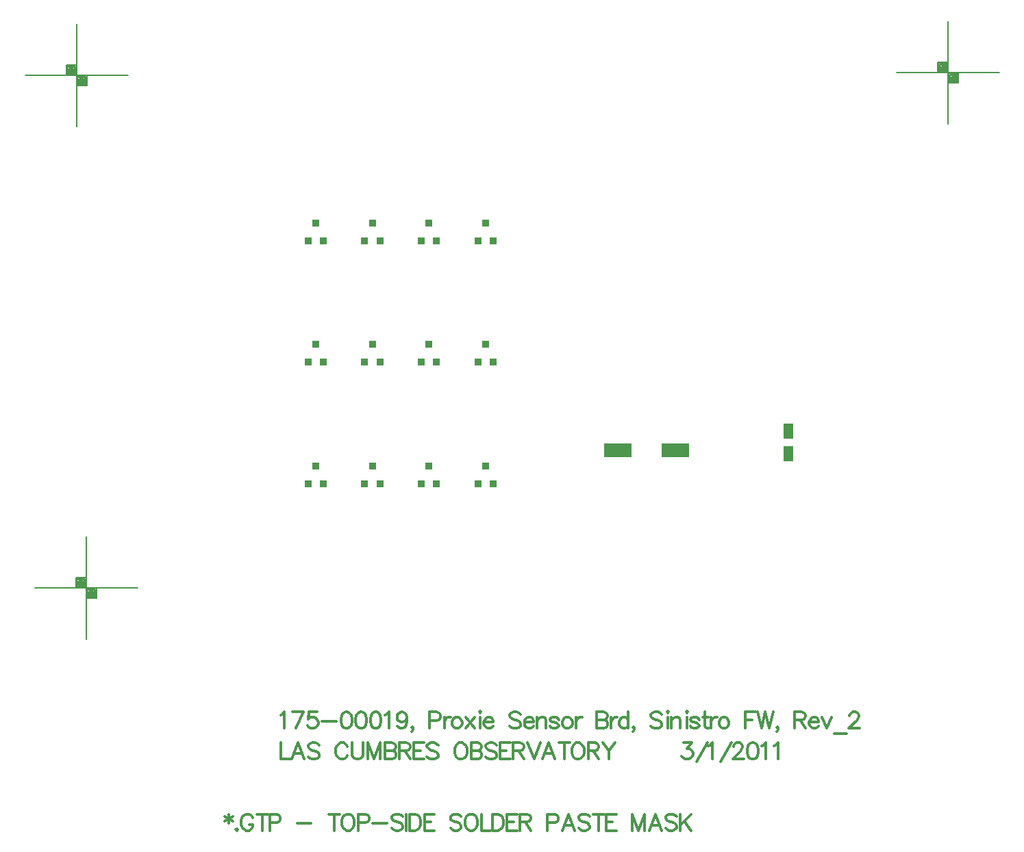
<source format=gtp>
%FSLAX23Y23*%
%MOIN*%
G70*
G01*
G75*
G04 Layer_Color=8421504*
%ADD10R,0.036X0.036*%
%ADD11R,0.048X0.078*%
%ADD12R,0.135X0.070*%
%ADD13C,0.010*%
%ADD14C,0.012*%
%ADD15C,0.008*%
%ADD16C,0.012*%
%ADD17C,0.012*%
%ADD18C,0.134*%
%ADD19C,0.047*%
%ADD20O,0.079X0.039*%
%ADD21O,0.079X0.039*%
%ADD22C,0.024*%
%ADD23C,0.040*%
%ADD24C,0.174*%
%ADD25C,0.087*%
%ADD26C,0.068*%
G04:AMPARAMS|DCode=27|XSize=87.559mil|YSize=87.559mil|CornerRadius=0mil|HoleSize=0mil|Usage=FLASHONLY|Rotation=0.000|XOffset=0mil|YOffset=0mil|HoleType=Round|Shape=Relief|Width=10mil|Gap=10mil|Entries=4|*
%AMTHD27*
7,0,0,0.088,0.068,0.010,45*
%
%ADD27THD27*%
G04:AMPARAMS|DCode=28|XSize=70mil|YSize=70mil|CornerRadius=0mil|HoleSize=0mil|Usage=FLASHONLY|Rotation=0.000|XOffset=0mil|YOffset=0mil|HoleType=Round|Shape=Relief|Width=10mil|Gap=10mil|Entries=4|*
%AMTHD28*
7,0,0,0.070,0.050,0.010,45*
%
%ADD28THD28*%
%ADD29C,0.050*%
%ADD30R,0.050X0.050*%
%ADD31R,0.050X0.050*%
%ADD32R,0.085X0.022*%
%ADD33C,0.025*%
%ADD34C,0.006*%
%ADD35C,0.007*%
%ADD36C,0.005*%
%ADD37R,0.122X0.163*%
D10*
X15921Y12893D02*
D03*
X15958Y12979D02*
D03*
X15995Y12893D02*
D03*
X15645D02*
D03*
X15682Y12979D02*
D03*
X15719Y12893D02*
D03*
X15370D02*
D03*
X15407Y12979D02*
D03*
X15444Y12893D02*
D03*
X15094D02*
D03*
X15131Y12979D02*
D03*
X15168Y12893D02*
D03*
X15921Y12303D02*
D03*
X15958Y12389D02*
D03*
X15995Y12303D02*
D03*
X15645D02*
D03*
X15682Y12389D02*
D03*
X15719Y12303D02*
D03*
X15370D02*
D03*
X15407Y12389D02*
D03*
X15444Y12303D02*
D03*
X15094D02*
D03*
X15131Y12389D02*
D03*
X15168Y12303D02*
D03*
X15921Y11712D02*
D03*
X15958Y11798D02*
D03*
X15995Y11712D02*
D03*
X15645D02*
D03*
X15682Y11798D02*
D03*
X15719Y11712D02*
D03*
X15370D02*
D03*
X15407Y11798D02*
D03*
X15444Y11712D02*
D03*
X15094D02*
D03*
X15131Y11798D02*
D03*
X15168Y11712D02*
D03*
D11*
X17431Y11968D02*
D03*
Y11858D02*
D03*
D12*
X16601Y11873D02*
D03*
X16881D02*
D03*
D15*
X17958Y13715D02*
X18458D01*
X18208Y13465D02*
Y13965D01*
X18158Y13715D02*
Y13765D01*
X18208D01*
X18258Y13665D02*
Y13715D01*
X18208Y13665D02*
X18258D01*
X18213Y13710D02*
X18253D01*
Y13670D02*
Y13710D01*
X18213Y13670D02*
X18253D01*
X18213D02*
Y13710D01*
X18218Y13705D02*
X18248D01*
Y13675D02*
Y13705D01*
X18218Y13675D02*
X18248D01*
X18218D02*
Y13700D01*
X18223D02*
X18243D01*
Y13680D02*
Y13700D01*
X18223Y13680D02*
X18243D01*
X18223D02*
Y13695D01*
X18228D02*
X18238D01*
Y13685D02*
Y13695D01*
X18228Y13685D02*
X18238D01*
X18228D02*
Y13695D01*
Y13690D02*
X18238D01*
X18163Y13760D02*
X18203D01*
Y13720D02*
Y13760D01*
X18163Y13720D02*
X18203D01*
X18163D02*
Y13760D01*
X18168Y13755D02*
X18198D01*
Y13725D02*
Y13755D01*
X18168Y13725D02*
X18198D01*
X18168D02*
Y13750D01*
X18173D02*
X18193D01*
Y13730D02*
Y13750D01*
X18173Y13730D02*
X18193D01*
X18173D02*
Y13745D01*
X18178D02*
X18188D01*
Y13735D02*
Y13745D01*
X18178Y13735D02*
X18188D01*
X18178D02*
Y13745D01*
Y13740D02*
X18188D01*
X13765Y11203D02*
X14265D01*
X14015Y10953D02*
Y11453D01*
X13965Y11203D02*
Y11253D01*
X14015D01*
X14065Y11153D02*
Y11203D01*
X14015Y11153D02*
X14065D01*
X14020Y11198D02*
X14060D01*
Y11158D02*
Y11198D01*
X14020Y11158D02*
X14060D01*
X14020D02*
Y11198D01*
X14025Y11193D02*
X14055D01*
Y11163D02*
Y11193D01*
X14025Y11163D02*
X14055D01*
X14025D02*
Y11188D01*
X14030D02*
X14050D01*
Y11168D02*
Y11188D01*
X14030Y11168D02*
X14050D01*
X14030D02*
Y11183D01*
X14035D02*
X14045D01*
Y11173D02*
Y11183D01*
X14035Y11173D02*
X14045D01*
X14035D02*
Y11183D01*
Y11178D02*
X14045D01*
X13970Y11248D02*
X14010D01*
Y11208D02*
Y11248D01*
X13970Y11208D02*
X14010D01*
X13970D02*
Y11248D01*
X13975Y11243D02*
X14005D01*
Y11213D02*
Y11243D01*
X13975Y11213D02*
X14005D01*
X13975D02*
Y11238D01*
X13980D02*
X14000D01*
Y11218D02*
Y11238D01*
X13980Y11218D02*
X14000D01*
X13980D02*
Y11233D01*
X13985D02*
X13995D01*
Y11223D02*
Y11233D01*
X13985Y11223D02*
X13995D01*
X13985D02*
Y11233D01*
Y11228D02*
X13995D01*
X13718Y13699D02*
X14218D01*
X13968Y13449D02*
Y13949D01*
X13918Y13699D02*
Y13749D01*
X13968D01*
X14018Y13649D02*
Y13699D01*
X13968Y13649D02*
X14018D01*
X13973Y13694D02*
X14013D01*
Y13654D02*
Y13694D01*
X13973Y13654D02*
X14013D01*
X13973D02*
Y13694D01*
X13978Y13689D02*
X14008D01*
Y13659D02*
Y13689D01*
X13978Y13659D02*
X14008D01*
X13978D02*
Y13684D01*
X13983D02*
X14003D01*
Y13664D02*
Y13684D01*
X13983Y13664D02*
X14003D01*
X13983D02*
Y13679D01*
X13988D02*
X13998D01*
Y13669D02*
Y13679D01*
X13988Y13669D02*
X13998D01*
X13988D02*
Y13679D01*
Y13674D02*
X13998D01*
X13923Y13744D02*
X13963D01*
Y13704D02*
Y13744D01*
X13923Y13704D02*
X13963D01*
X13923D02*
Y13744D01*
X13928Y13739D02*
X13958D01*
Y13709D02*
Y13739D01*
X13928Y13709D02*
X13958D01*
X13928D02*
Y13734D01*
X13933D02*
X13953D01*
Y13714D02*
Y13734D01*
X13933Y13714D02*
X13953D01*
X13933D02*
Y13729D01*
X13938D02*
X13948D01*
Y13719D02*
Y13729D01*
X13938Y13719D02*
X13948D01*
X13938D02*
Y13729D01*
Y13724D02*
X13948D01*
D16*
X14708Y10102D02*
Y10056D01*
X14689Y10090D02*
X14727Y10067D01*
Y10090D02*
X14689Y10067D01*
X14747Y10029D02*
X14743Y10026D01*
X14747Y10022D01*
X14751Y10026D01*
X14747Y10029D01*
X14826Y10083D02*
X14822Y10090D01*
X14814Y10098D01*
X14807Y10102D01*
X14791D01*
X14784Y10098D01*
X14776Y10090D01*
X14772Y10083D01*
X14769Y10071D01*
Y10052D01*
X14772Y10041D01*
X14776Y10033D01*
X14784Y10026D01*
X14791Y10022D01*
X14807D01*
X14814Y10026D01*
X14822Y10033D01*
X14826Y10041D01*
Y10052D01*
X14807D02*
X14826D01*
X14871Y10102D02*
Y10022D01*
X14844Y10102D02*
X14897D01*
X14907Y10060D02*
X14941D01*
X14953Y10064D01*
X14956Y10067D01*
X14960Y10075D01*
Y10086D01*
X14956Y10094D01*
X14953Y10098D01*
X14941Y10102D01*
X14907D01*
Y10022D01*
X15041Y10056D02*
X15109D01*
X15223Y10102D02*
Y10022D01*
X15196Y10102D02*
X15249D01*
X15282D02*
X15274Y10098D01*
X15266Y10090D01*
X15263Y10083D01*
X15259Y10071D01*
Y10052D01*
X15263Y10041D01*
X15266Y10033D01*
X15274Y10026D01*
X15282Y10022D01*
X15297D01*
X15304Y10026D01*
X15312Y10033D01*
X15316Y10041D01*
X15320Y10052D01*
Y10071D01*
X15316Y10083D01*
X15312Y10090D01*
X15304Y10098D01*
X15297Y10102D01*
X15282D01*
X15338Y10060D02*
X15373D01*
X15384Y10064D01*
X15388Y10067D01*
X15392Y10075D01*
Y10086D01*
X15388Y10094D01*
X15384Y10098D01*
X15373Y10102D01*
X15338D01*
Y10022D01*
X15410Y10056D02*
X15478D01*
X15555Y10090D02*
X15547Y10098D01*
X15536Y10102D01*
X15521D01*
X15509Y10098D01*
X15502Y10090D01*
Y10083D01*
X15506Y10075D01*
X15509Y10071D01*
X15517Y10067D01*
X15540Y10060D01*
X15547Y10056D01*
X15551Y10052D01*
X15555Y10045D01*
Y10033D01*
X15547Y10026D01*
X15536Y10022D01*
X15521D01*
X15509Y10026D01*
X15502Y10033D01*
X15573Y10102D02*
Y10022D01*
X15590Y10102D02*
Y10022D01*
Y10102D02*
X15616D01*
X15628Y10098D01*
X15635Y10090D01*
X15639Y10083D01*
X15643Y10071D01*
Y10052D01*
X15639Y10041D01*
X15635Y10033D01*
X15628Y10026D01*
X15616Y10022D01*
X15590D01*
X15710Y10102D02*
X15661D01*
Y10022D01*
X15710D01*
X15661Y10064D02*
X15691D01*
X15840Y10090D02*
X15832Y10098D01*
X15821Y10102D01*
X15806D01*
X15794Y10098D01*
X15787Y10090D01*
Y10083D01*
X15790Y10075D01*
X15794Y10071D01*
X15802Y10067D01*
X15825Y10060D01*
X15832Y10056D01*
X15836Y10052D01*
X15840Y10045D01*
Y10033D01*
X15832Y10026D01*
X15821Y10022D01*
X15806D01*
X15794Y10026D01*
X15787Y10033D01*
X15881Y10102D02*
X15873Y10098D01*
X15866Y10090D01*
X15862Y10083D01*
X15858Y10071D01*
Y10052D01*
X15862Y10041D01*
X15866Y10033D01*
X15873Y10026D01*
X15881Y10022D01*
X15896D01*
X15904Y10026D01*
X15911Y10033D01*
X15915Y10041D01*
X15919Y10052D01*
Y10071D01*
X15915Y10083D01*
X15911Y10090D01*
X15904Y10098D01*
X15896Y10102D01*
X15881D01*
X15937D02*
Y10022D01*
X15983D01*
X15992Y10102D02*
Y10022D01*
Y10102D02*
X16019D01*
X16030Y10098D01*
X16038Y10090D01*
X16041Y10083D01*
X16045Y10071D01*
Y10052D01*
X16041Y10041D01*
X16038Y10033D01*
X16030Y10026D01*
X16019Y10022D01*
X15992D01*
X16113Y10102D02*
X16063D01*
Y10022D01*
X16113D01*
X16063Y10064D02*
X16094D01*
X16126Y10102D02*
Y10022D01*
Y10102D02*
X16160D01*
X16172Y10098D01*
X16176Y10094D01*
X16179Y10086D01*
Y10079D01*
X16176Y10071D01*
X16172Y10067D01*
X16160Y10064D01*
X16126D01*
X16153D02*
X16179Y10022D01*
X16260Y10060D02*
X16294D01*
X16306Y10064D01*
X16310Y10067D01*
X16313Y10075D01*
Y10086D01*
X16310Y10094D01*
X16306Y10098D01*
X16294Y10102D01*
X16260D01*
Y10022D01*
X16392D02*
X16362Y10102D01*
X16331Y10022D01*
X16343Y10048D02*
X16381D01*
X16464Y10090D02*
X16457Y10098D01*
X16445Y10102D01*
X16430D01*
X16419Y10098D01*
X16411Y10090D01*
Y10083D01*
X16415Y10075D01*
X16419Y10071D01*
X16426Y10067D01*
X16449Y10060D01*
X16457Y10056D01*
X16460Y10052D01*
X16464Y10045D01*
Y10033D01*
X16457Y10026D01*
X16445Y10022D01*
X16430D01*
X16419Y10026D01*
X16411Y10033D01*
X16509Y10102D02*
Y10022D01*
X16482Y10102D02*
X16535D01*
X16594D02*
X16545D01*
Y10022D01*
X16594D01*
X16545Y10064D02*
X16575D01*
X16671Y10102D02*
Y10022D01*
Y10102D02*
X16701Y10022D01*
X16732Y10102D02*
X16701Y10022D01*
X16732Y10102D02*
Y10022D01*
X16815D02*
X16785Y10102D01*
X16754Y10022D01*
X16766Y10048D02*
X16804D01*
X16887Y10090D02*
X16880Y10098D01*
X16868Y10102D01*
X16853D01*
X16842Y10098D01*
X16834Y10090D01*
Y10083D01*
X16838Y10075D01*
X16842Y10071D01*
X16849Y10067D01*
X16872Y10060D01*
X16880Y10056D01*
X16884Y10052D01*
X16887Y10045D01*
Y10033D01*
X16880Y10026D01*
X16868Y10022D01*
X16853D01*
X16842Y10026D01*
X16834Y10033D01*
X16905Y10102D02*
Y10022D01*
X16959Y10102D02*
X16905Y10048D01*
X16924Y10067D02*
X16959Y10022D01*
X14961Y10584D02*
X14969Y10588D01*
X14980Y10599D01*
Y10519D01*
X15073Y10599D02*
X15035Y10519D01*
X15020Y10599D02*
X15073D01*
X15137D02*
X15099D01*
X15095Y10565D01*
X15099Y10569D01*
X15110Y10573D01*
X15121D01*
X15133Y10569D01*
X15140Y10561D01*
X15144Y10550D01*
Y10542D01*
X15140Y10531D01*
X15133Y10523D01*
X15121Y10519D01*
X15110D01*
X15099Y10523D01*
X15095Y10527D01*
X15091Y10535D01*
X15162Y10554D02*
X15231D01*
X15277Y10599D02*
X15266Y10595D01*
X15258Y10584D01*
X15254Y10565D01*
Y10554D01*
X15258Y10535D01*
X15266Y10523D01*
X15277Y10519D01*
X15285D01*
X15296Y10523D01*
X15304Y10535D01*
X15308Y10554D01*
Y10565D01*
X15304Y10584D01*
X15296Y10595D01*
X15285Y10599D01*
X15277D01*
X15348D02*
X15337Y10595D01*
X15329Y10584D01*
X15326Y10565D01*
Y10554D01*
X15329Y10535D01*
X15337Y10523D01*
X15348Y10519D01*
X15356D01*
X15367Y10523D01*
X15375Y10535D01*
X15379Y10554D01*
Y10565D01*
X15375Y10584D01*
X15367Y10595D01*
X15356Y10599D01*
X15348D01*
X15420D02*
X15408Y10595D01*
X15401Y10584D01*
X15397Y10565D01*
Y10554D01*
X15401Y10535D01*
X15408Y10523D01*
X15420Y10519D01*
X15427D01*
X15439Y10523D01*
X15446Y10535D01*
X15450Y10554D01*
Y10565D01*
X15446Y10584D01*
X15439Y10595D01*
X15427Y10599D01*
X15420D01*
X15468Y10584D02*
X15476Y10588D01*
X15487Y10599D01*
Y10519D01*
X15576Y10573D02*
X15572Y10561D01*
X15565Y10554D01*
X15553Y10550D01*
X15549D01*
X15538Y10554D01*
X15530Y10561D01*
X15527Y10573D01*
Y10576D01*
X15530Y10588D01*
X15538Y10595D01*
X15549Y10599D01*
X15553D01*
X15565Y10595D01*
X15572Y10588D01*
X15576Y10573D01*
Y10554D01*
X15572Y10535D01*
X15565Y10523D01*
X15553Y10519D01*
X15546D01*
X15534Y10523D01*
X15530Y10531D01*
X15605Y10523D02*
X15602Y10519D01*
X15598Y10523D01*
X15602Y10527D01*
X15605Y10523D01*
Y10515D01*
X15602Y10508D01*
X15598Y10504D01*
X15686Y10557D02*
X15720D01*
X15732Y10561D01*
X15735Y10565D01*
X15739Y10573D01*
Y10584D01*
X15735Y10592D01*
X15732Y10595D01*
X15720Y10599D01*
X15686D01*
Y10519D01*
X15757Y10573D02*
Y10519D01*
Y10550D02*
X15761Y10561D01*
X15768Y10569D01*
X15776Y10573D01*
X15788D01*
X15814D02*
X15806Y10569D01*
X15799Y10561D01*
X15795Y10550D01*
Y10542D01*
X15799Y10531D01*
X15806Y10523D01*
X15814Y10519D01*
X15825D01*
X15833Y10523D01*
X15840Y10531D01*
X15844Y10542D01*
Y10550D01*
X15840Y10561D01*
X15833Y10569D01*
X15825Y10573D01*
X15814D01*
X15862D02*
X15904Y10519D01*
Y10573D02*
X15862Y10519D01*
X15928Y10599D02*
X15932Y10595D01*
X15936Y10599D01*
X15932Y10603D01*
X15928Y10599D01*
X15932Y10573D02*
Y10519D01*
X15950Y10550D02*
X15995D01*
Y10557D01*
X15992Y10565D01*
X15988Y10569D01*
X15980Y10573D01*
X15969D01*
X15961Y10569D01*
X15954Y10561D01*
X15950Y10550D01*
Y10542D01*
X15954Y10531D01*
X15961Y10523D01*
X15969Y10519D01*
X15980D01*
X15988Y10523D01*
X15995Y10531D01*
X16129Y10588D02*
X16121Y10595D01*
X16110Y10599D01*
X16095D01*
X16083Y10595D01*
X16075Y10588D01*
Y10580D01*
X16079Y10573D01*
X16083Y10569D01*
X16091Y10565D01*
X16114Y10557D01*
X16121Y10554D01*
X16125Y10550D01*
X16129Y10542D01*
Y10531D01*
X16121Y10523D01*
X16110Y10519D01*
X16095D01*
X16083Y10523D01*
X16075Y10531D01*
X16147Y10550D02*
X16192D01*
Y10557D01*
X16189Y10565D01*
X16185Y10569D01*
X16177Y10573D01*
X16166D01*
X16158Y10569D01*
X16150Y10561D01*
X16147Y10550D01*
Y10542D01*
X16150Y10531D01*
X16158Y10523D01*
X16166Y10519D01*
X16177D01*
X16185Y10523D01*
X16192Y10531D01*
X16210Y10573D02*
Y10519D01*
Y10557D02*
X16221Y10569D01*
X16229Y10573D01*
X16240D01*
X16248Y10569D01*
X16251Y10557D01*
Y10519D01*
X16314Y10561D02*
X16310Y10569D01*
X16299Y10573D01*
X16288D01*
X16276Y10569D01*
X16272Y10561D01*
X16276Y10554D01*
X16284Y10550D01*
X16303Y10546D01*
X16310Y10542D01*
X16314Y10535D01*
Y10531D01*
X16310Y10523D01*
X16299Y10519D01*
X16288D01*
X16276Y10523D01*
X16272Y10531D01*
X16350Y10573D02*
X16342Y10569D01*
X16335Y10561D01*
X16331Y10550D01*
Y10542D01*
X16335Y10531D01*
X16342Y10523D01*
X16350Y10519D01*
X16361D01*
X16369Y10523D01*
X16377Y10531D01*
X16381Y10542D01*
Y10550D01*
X16377Y10561D01*
X16369Y10569D01*
X16361Y10573D01*
X16350D01*
X16398D02*
Y10519D01*
Y10550D02*
X16402Y10561D01*
X16409Y10569D01*
X16417Y10573D01*
X16429D01*
X16499Y10599D02*
Y10519D01*
Y10599D02*
X16533D01*
X16544Y10595D01*
X16548Y10592D01*
X16552Y10584D01*
Y10576D01*
X16548Y10569D01*
X16544Y10565D01*
X16533Y10561D01*
X16499D02*
X16533D01*
X16544Y10557D01*
X16548Y10554D01*
X16552Y10546D01*
Y10535D01*
X16548Y10527D01*
X16544Y10523D01*
X16533Y10519D01*
X16499D01*
X16570Y10573D02*
Y10519D01*
Y10550D02*
X16574Y10561D01*
X16581Y10569D01*
X16589Y10573D01*
X16600D01*
X16653Y10599D02*
Y10519D01*
Y10561D02*
X16646Y10569D01*
X16638Y10573D01*
X16627D01*
X16619Y10569D01*
X16611Y10561D01*
X16608Y10550D01*
Y10542D01*
X16611Y10531D01*
X16619Y10523D01*
X16627Y10519D01*
X16638D01*
X16646Y10523D01*
X16653Y10531D01*
X16682Y10523D02*
X16678Y10519D01*
X16675Y10523D01*
X16678Y10527D01*
X16682Y10523D01*
Y10515D01*
X16678Y10508D01*
X16675Y10504D01*
X16816Y10588D02*
X16808Y10595D01*
X16797Y10599D01*
X16782D01*
X16770Y10595D01*
X16763Y10588D01*
Y10580D01*
X16766Y10573D01*
X16770Y10569D01*
X16778Y10565D01*
X16801Y10557D01*
X16808Y10554D01*
X16812Y10550D01*
X16816Y10542D01*
Y10531D01*
X16808Y10523D01*
X16797Y10519D01*
X16782D01*
X16770Y10523D01*
X16763Y10531D01*
X16841Y10599D02*
X16845Y10595D01*
X16849Y10599D01*
X16845Y10603D01*
X16841Y10599D01*
X16845Y10573D02*
Y10519D01*
X16863Y10573D02*
Y10519D01*
Y10557D02*
X16875Y10569D01*
X16882Y10573D01*
X16894D01*
X16901Y10569D01*
X16905Y10557D01*
Y10519D01*
X16934Y10599D02*
X16937Y10595D01*
X16941Y10599D01*
X16937Y10603D01*
X16934Y10599D01*
X16937Y10573D02*
Y10519D01*
X16997Y10561D02*
X16993Y10569D01*
X16982Y10573D01*
X16971D01*
X16959Y10569D01*
X16955Y10561D01*
X16959Y10554D01*
X16967Y10550D01*
X16986Y10546D01*
X16993Y10542D01*
X16997Y10535D01*
Y10531D01*
X16993Y10523D01*
X16982Y10519D01*
X16971D01*
X16959Y10523D01*
X16955Y10531D01*
X17025Y10599D02*
Y10535D01*
X17029Y10523D01*
X17037Y10519D01*
X17044D01*
X17014Y10573D02*
X17041D01*
X17056D02*
Y10519D01*
Y10550D02*
X17060Y10561D01*
X17067Y10569D01*
X17075Y10573D01*
X17086D01*
X17113D02*
X17105Y10569D01*
X17097Y10561D01*
X17094Y10550D01*
Y10542D01*
X17097Y10531D01*
X17105Y10523D01*
X17113Y10519D01*
X17124D01*
X17132Y10523D01*
X17139Y10531D01*
X17143Y10542D01*
Y10550D01*
X17139Y10561D01*
X17132Y10569D01*
X17124Y10573D01*
X17113D01*
X17223Y10599D02*
Y10519D01*
Y10599D02*
X17273D01*
X17223Y10561D02*
X17254D01*
X17282Y10599D02*
X17301Y10519D01*
X17320Y10599D02*
X17301Y10519D01*
X17320Y10599D02*
X17339Y10519D01*
X17358Y10599D02*
X17339Y10519D01*
X17382Y10523D02*
X17378Y10519D01*
X17374Y10523D01*
X17378Y10527D01*
X17382Y10523D01*
Y10515D01*
X17378Y10508D01*
X17374Y10504D01*
X17462Y10599D02*
Y10519D01*
Y10599D02*
X17496D01*
X17508Y10595D01*
X17512Y10592D01*
X17516Y10584D01*
Y10576D01*
X17512Y10569D01*
X17508Y10565D01*
X17496Y10561D01*
X17462D01*
X17489D02*
X17516Y10519D01*
X17533Y10550D02*
X17579D01*
Y10557D01*
X17575Y10565D01*
X17572Y10569D01*
X17564Y10573D01*
X17552D01*
X17545Y10569D01*
X17537Y10561D01*
X17533Y10550D01*
Y10542D01*
X17537Y10531D01*
X17545Y10523D01*
X17552Y10519D01*
X17564D01*
X17572Y10523D01*
X17579Y10531D01*
X17596Y10573D02*
X17619Y10519D01*
X17642Y10573D02*
X17619Y10519D01*
X17655Y10493D02*
X17716D01*
X17730Y10580D02*
Y10584D01*
X17734Y10592D01*
X17738Y10595D01*
X17745Y10599D01*
X17760D01*
X17768Y10595D01*
X17772Y10592D01*
X17776Y10584D01*
Y10576D01*
X17772Y10569D01*
X17764Y10557D01*
X17726Y10519D01*
X17779D01*
D17*
X14961Y10449D02*
Y10369D01*
X15007D01*
X15076D02*
X15046Y10449D01*
X15015Y10369D01*
X15027Y10396D02*
X15065D01*
X15148Y10438D02*
X15141Y10445D01*
X15129Y10449D01*
X15114D01*
X15103Y10445D01*
X15095Y10438D01*
Y10430D01*
X15099Y10423D01*
X15103Y10419D01*
X15110Y10415D01*
X15133Y10407D01*
X15141Y10404D01*
X15145Y10400D01*
X15148Y10392D01*
Y10381D01*
X15141Y10373D01*
X15129Y10369D01*
X15114D01*
X15103Y10373D01*
X15095Y10381D01*
X15286Y10430D02*
X15282Y10438D01*
X15275Y10445D01*
X15267Y10449D01*
X15252D01*
X15244Y10445D01*
X15237Y10438D01*
X15233Y10430D01*
X15229Y10419D01*
Y10400D01*
X15233Y10388D01*
X15237Y10381D01*
X15244Y10373D01*
X15252Y10369D01*
X15267D01*
X15275Y10373D01*
X15282Y10381D01*
X15286Y10388D01*
X15309Y10449D02*
Y10392D01*
X15313Y10381D01*
X15320Y10373D01*
X15332Y10369D01*
X15339D01*
X15351Y10373D01*
X15358Y10381D01*
X15362Y10392D01*
Y10449D01*
X15384D02*
Y10369D01*
Y10449D02*
X15415Y10369D01*
X15445Y10449D02*
X15415Y10369D01*
X15445Y10449D02*
Y10369D01*
X15468Y10449D02*
Y10369D01*
Y10449D02*
X15502D01*
X15514Y10445D01*
X15517Y10442D01*
X15521Y10434D01*
Y10426D01*
X15517Y10419D01*
X15514Y10415D01*
X15502Y10411D01*
X15468D02*
X15502D01*
X15514Y10407D01*
X15517Y10404D01*
X15521Y10396D01*
Y10385D01*
X15517Y10377D01*
X15514Y10373D01*
X15502Y10369D01*
X15468D01*
X15539Y10449D02*
Y10369D01*
Y10449D02*
X15573D01*
X15585Y10445D01*
X15589Y10442D01*
X15593Y10434D01*
Y10426D01*
X15589Y10419D01*
X15585Y10415D01*
X15573Y10411D01*
X15539D01*
X15566D02*
X15593Y10369D01*
X15660Y10449D02*
X15610D01*
Y10369D01*
X15660D01*
X15610Y10411D02*
X15641D01*
X15727Y10438D02*
X15719Y10445D01*
X15708Y10449D01*
X15692D01*
X15681Y10445D01*
X15673Y10438D01*
Y10430D01*
X15677Y10423D01*
X15681Y10419D01*
X15688Y10415D01*
X15711Y10407D01*
X15719Y10404D01*
X15723Y10400D01*
X15727Y10392D01*
Y10381D01*
X15719Y10373D01*
X15708Y10369D01*
X15692D01*
X15681Y10373D01*
X15673Y10381D01*
X15830Y10449D02*
X15823Y10445D01*
X15815Y10438D01*
X15811Y10430D01*
X15807Y10419D01*
Y10400D01*
X15811Y10388D01*
X15815Y10381D01*
X15823Y10373D01*
X15830Y10369D01*
X15845D01*
X15853Y10373D01*
X15861Y10381D01*
X15864Y10388D01*
X15868Y10400D01*
Y10419D01*
X15864Y10430D01*
X15861Y10438D01*
X15853Y10445D01*
X15845Y10449D01*
X15830D01*
X15887D02*
Y10369D01*
Y10449D02*
X15921D01*
X15933Y10445D01*
X15936Y10442D01*
X15940Y10434D01*
Y10426D01*
X15936Y10419D01*
X15933Y10415D01*
X15921Y10411D01*
X15887D02*
X15921D01*
X15933Y10407D01*
X15936Y10404D01*
X15940Y10396D01*
Y10385D01*
X15936Y10377D01*
X15933Y10373D01*
X15921Y10369D01*
X15887D01*
X16011Y10438D02*
X16004Y10445D01*
X15992Y10449D01*
X15977D01*
X15966Y10445D01*
X15958Y10438D01*
Y10430D01*
X15962Y10423D01*
X15966Y10419D01*
X15973Y10415D01*
X15996Y10407D01*
X16004Y10404D01*
X16008Y10400D01*
X16011Y10392D01*
Y10381D01*
X16004Y10373D01*
X15992Y10369D01*
X15977D01*
X15966Y10373D01*
X15958Y10381D01*
X16079Y10449D02*
X16029D01*
Y10369D01*
X16079D01*
X16029Y10411D02*
X16060D01*
X16092Y10449D02*
Y10369D01*
Y10449D02*
X16126D01*
X16138Y10445D01*
X16142Y10442D01*
X16146Y10434D01*
Y10426D01*
X16142Y10419D01*
X16138Y10415D01*
X16126Y10411D01*
X16092D01*
X16119D02*
X16146Y10369D01*
X16163Y10449D02*
X16194Y10369D01*
X16224Y10449D02*
X16194Y10369D01*
X16296D02*
X16265Y10449D01*
X16235Y10369D01*
X16246Y10396D02*
X16284D01*
X16341Y10449D02*
Y10369D01*
X16314Y10449D02*
X16368D01*
X16400D02*
X16392Y10445D01*
X16385Y10438D01*
X16381Y10430D01*
X16377Y10419D01*
Y10400D01*
X16381Y10388D01*
X16385Y10381D01*
X16392Y10373D01*
X16400Y10369D01*
X16415D01*
X16423Y10373D01*
X16430Y10381D01*
X16434Y10388D01*
X16438Y10400D01*
Y10419D01*
X16434Y10430D01*
X16430Y10438D01*
X16423Y10445D01*
X16415Y10449D01*
X16400D01*
X16457D02*
Y10369D01*
Y10449D02*
X16491D01*
X16502Y10445D01*
X16506Y10442D01*
X16510Y10434D01*
Y10426D01*
X16506Y10419D01*
X16502Y10415D01*
X16491Y10411D01*
X16457D01*
X16483D02*
X16510Y10369D01*
X16528Y10449D02*
X16558Y10411D01*
Y10369D01*
X16589Y10449D02*
X16558Y10411D01*
X16921Y10449D02*
X16963D01*
X16940Y10419D01*
X16951D01*
X16959Y10415D01*
X16963Y10411D01*
X16967Y10400D01*
Y10392D01*
X16963Y10381D01*
X16955Y10373D01*
X16944Y10369D01*
X16932D01*
X16921Y10373D01*
X16917Y10377D01*
X16913Y10385D01*
X16985Y10358D02*
X17038Y10449D01*
X17043Y10434D02*
X17051Y10438D01*
X17062Y10449D01*
Y10369D01*
X17102Y10358D02*
X17155Y10449D01*
X17164Y10430D02*
Y10434D01*
X17168Y10442D01*
X17172Y10445D01*
X17180Y10449D01*
X17195D01*
X17202Y10445D01*
X17206Y10442D01*
X17210Y10434D01*
Y10426D01*
X17206Y10419D01*
X17199Y10407D01*
X17161Y10369D01*
X17214D01*
X17255Y10449D02*
X17243Y10445D01*
X17236Y10434D01*
X17232Y10415D01*
Y10404D01*
X17236Y10385D01*
X17243Y10373D01*
X17255Y10369D01*
X17262D01*
X17274Y10373D01*
X17281Y10385D01*
X17285Y10404D01*
Y10415D01*
X17281Y10434D01*
X17274Y10445D01*
X17262Y10449D01*
X17255D01*
X17303Y10434D02*
X17311Y10438D01*
X17322Y10449D01*
Y10369D01*
X17362Y10434D02*
X17369Y10438D01*
X17381Y10449D01*
Y10369D01*
M02*

</source>
